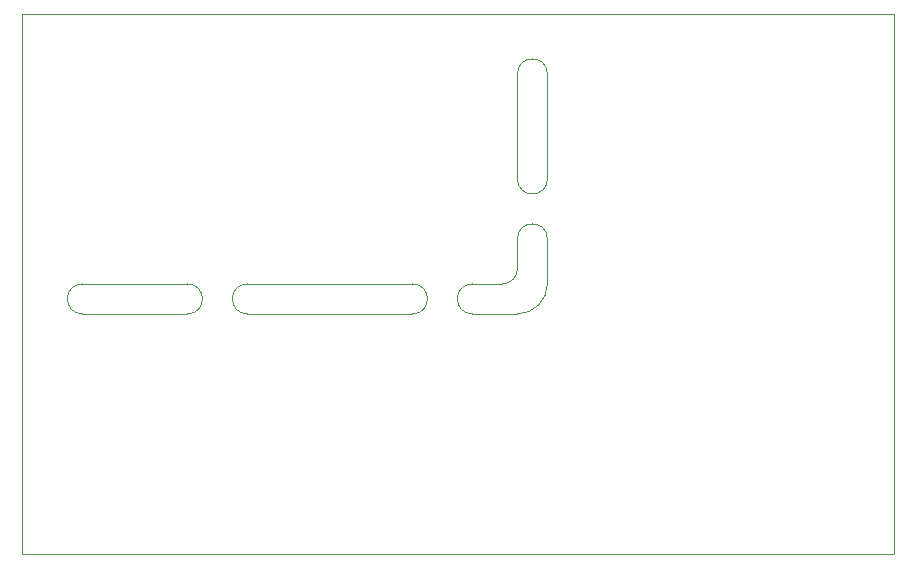
<source format=gbr>
G04 #@! TF.FileFunction,Profile,NP*
%FSLAX46Y46*%
G04 Gerber Fmt 4.6, Leading zero omitted, Abs format (unit mm)*
G04 Created by KiCad (PCBNEW 4.0.5) date Friday, 17 February 2017 'PMt' 12:17:44 PM*
%MOMM*%
%LPD*%
G01*
G04 APERTURE LIST*
%ADD10C,0.100000*%
G04 APERTURE END LIST*
D10*
X170307000Y-105410000D02*
X96520000Y-105410000D01*
X170307000Y-59690000D02*
X170307000Y-105410000D01*
X146050000Y-59690000D02*
X170307000Y-59690000D01*
X137160000Y-82550000D02*
G75*
G03X138430000Y-81280000I0J1270000D01*
G01*
X138430000Y-85090000D02*
G75*
G03X140970000Y-82550000I0J2540000D01*
G01*
X96520000Y-105410000D02*
X96520000Y-59690000D01*
X146050000Y-59690000D02*
X96520000Y-59690000D01*
X101600000Y-82550000D02*
X110490000Y-82550000D01*
X110490000Y-85090000D02*
X101600000Y-85090000D01*
X129540000Y-85090000D02*
X115570000Y-85090000D01*
X115570000Y-82550000D02*
X129540000Y-82550000D01*
X138430000Y-73660000D02*
X138430000Y-64770000D01*
X140970000Y-73660000D02*
X140970000Y-64770000D01*
X138430000Y-73660000D02*
G75*
G03X140970000Y-73660000I1270000J0D01*
G01*
X140970000Y-78740000D02*
G75*
G03X138430000Y-78740000I-1270000J0D01*
G01*
X140970000Y-82550000D02*
X140970000Y-78740000D01*
X134620000Y-85090000D02*
X138430000Y-85090000D01*
X138430000Y-81280000D02*
X138430000Y-78740000D01*
X134620000Y-82550000D02*
X137160000Y-82550000D01*
X134620000Y-82550000D02*
G75*
G03X134620000Y-85090000I0J-1270000D01*
G01*
X129540000Y-85090000D02*
G75*
G03X129540000Y-82550000I0J1270000D01*
G01*
X115570000Y-82550000D02*
G75*
G03X115570000Y-85090000I0J-1270000D01*
G01*
X110490000Y-85090000D02*
G75*
G03X110490000Y-82550000I0J1270000D01*
G01*
X101600000Y-82550000D02*
G75*
G03X101600000Y-85090000I0J-1270000D01*
G01*
X140970000Y-64770000D02*
G75*
G03X138430000Y-64770000I-1270000J0D01*
G01*
M02*

</source>
